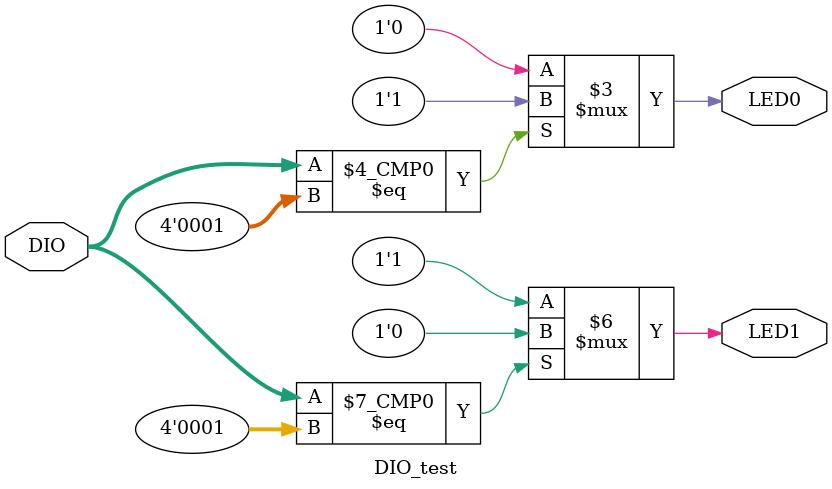
<source format=v>
`timescale 1ns / 1ps


module DIO_test(
    input [3:0] DIO,
    output reg LED0,
    output reg LED1
    );

    
    always @(DIO)
    begin
        LED0 = 1'b0;
        LED1 = 1'b0;
    case(DIO)
        4'b0001 : LED0 = 1'b1;
        default : LED1 = 1'b1;
    endcase
    end
endmodule

</source>
